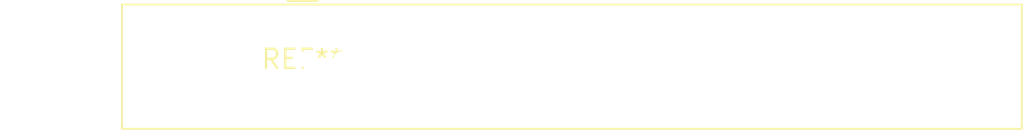
<source format=kicad_pcb>
(kicad_pcb (version 20240108) (generator pcbnew)
  (layers (0 "F.Cu" signal) (31 "B.Cu" signal) (34 "B.Paste" user) (35 "F.Paste" user) (36 "B.SilkS" user "B.Silkscreen") (37 "F.SilkS" user "F.Silkscreen") (38 "B.Mask" user) (39 "F.Mask" user) (44 "Edge.Cuts" user))
  (net 0 "")
  (footprint "Sanyo_STK4xx-15_59.2x8.0mm_P2.54mm" (layer "F.Cu") (at 0 0)
    (property "Reference" "REF**")
    (property "Value" "Sanyo_STK4xx-15_59.2x8.0mm_P2.54mm")
    (fp_line (start -11.94 -3.62) (end 47.5 -3.62) (layer "F.SilkS") (stroke (width 0.12)))
    (fp_line (start -11.94 4.62) (end -11.94 -3.63) (layer "F.SilkS") (stroke (width 0.12)))
    (fp_line (start 1 -3.86) (end -1 -3.86) (layer "F.SilkS") (stroke (width 0.12)))
    (fp_line (start 47.5 -3.62) (end 47.5 4.62) (layer "F.SilkS") (stroke (width 0.12)))
    (fp_line (start 47.5 4.62) (end -11.94 4.62) (layer "F.SilkS") (stroke (width 0.12)))
    (pad "1" thru_hole rect (at 0 0) (size 1.6 2.2) (drill 1) (layers *.Cu *.Mask) (remove_unused_layers))
    (pad "2" thru_hole oval (at 2.54 0) (size 1.6 2.2) (drill 1) (layers *.Cu *.Mask) (remove_unused_layers))
    (pad "3" thru_hole oval (at 5.08 0) (size 1.6 2.2) (drill 1) (layers *.Cu *.Mask) (remove_unused_layers))
    (pad "4" thru_hole oval (at 7.62 0) (size 1.6 2.2) (drill 1) (layers *.Cu *.Mask) (remove_unused_layers))
    (pad "5" thru_hole oval (at 10.16 0) (size 1.6 2.2) (drill 1) (layers *.Cu *.Mask) (remove_unused_layers))
    (pad "6" thru_hole oval (at 12.7 0) (size 1.6 2.2) (drill 1) (layers *.Cu *.Mask) (remove_unused_layers))
    (pad "7" thru_hole oval (at 15.24 0) (size 1.6 2.2) (drill 1) (layers *.Cu *.Mask) (remove_unused_layers))
    (pad "8" thru_hole oval (at 17.78 0) (size 1.6 2.2) (drill 1) (layers *.Cu *.Mask) (remove_unused_layers))
    (pad "9" thru_hole oval (at 20.32 0) (size 1.6 2.2) (drill 1) (layers *.Cu *.Mask) (remove_unused_layers))
    (pad "10" thru_hole oval (at 22.86 0) (size 1.6 2.2) (drill 1) (layers *.Cu *.Mask) (remove_unused_layers))
    (pad "11" thru_hole oval (at 25.4 0) (size 1.6 2.2) (drill 1) (layers *.Cu *.Mask) (remove_unused_layers))
    (pad "12" thru_hole oval (at 27.94 0) (size 1.6 2.2) (drill 1) (layers *.Cu *.Mask) (remove_unused_layers))
    (pad "13" thru_hole oval (at 30.48 0) (size 1.6 2.2) (drill 1) (layers *.Cu *.Mask) (remove_unused_layers))
    (pad "14" thru_hole oval (at 33.02 0) (size 1.6 2.2) (drill 1) (layers *.Cu *.Mask) (remove_unused_layers))
    (pad "15" thru_hole oval (at 35.56 0) (size 1.6 2.2) (drill 1) (layers *.Cu *.Mask) (remove_unused_layers))
  )
)
</source>
